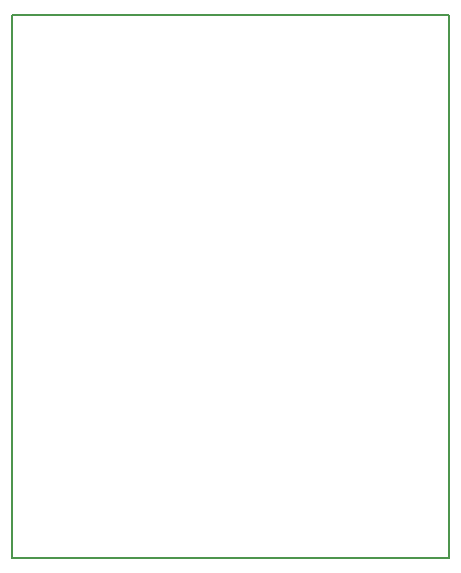
<source format=gbr>
G04 PROTEUS RS274X GERBER FILE*
%FSLAX45Y45*%
%MOMM*%
G01*
%ADD23C,0.203200*%
D23*
X+0Y-4600000D02*
X+3700000Y-4600000D01*
X+3700000Y+0D01*
X+0Y+0D01*
X+0Y-4600000D01*
X+3700000Y-4600000D01*
X+3700000Y+0D01*
X+0Y+0D01*
X+0Y-4600000D01*
M02*

</source>
